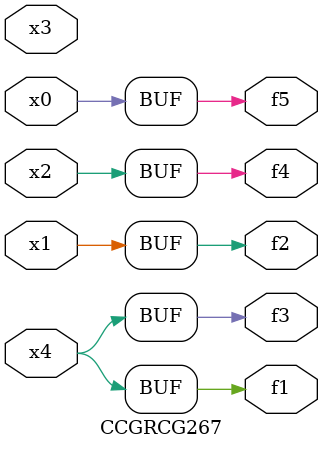
<source format=v>
module CCGRCG267(
	input x0, x1, x2, x3, x4,
	output f1, f2, f3, f4, f5
);
	assign f1 = x4;
	assign f2 = x1;
	assign f3 = x4;
	assign f4 = x2;
	assign f5 = x0;
endmodule

</source>
